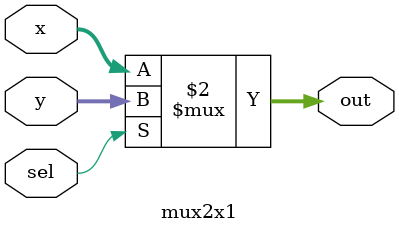
<source format=v>
`timescale 1ns / 1ps
module mux2x1(
    input [5:0] x,
    input [5:0] y,
	 input sel,
    output [5:0] out
    );
	
	assign out = (sel==0) ? x : y;

endmodule

</source>
